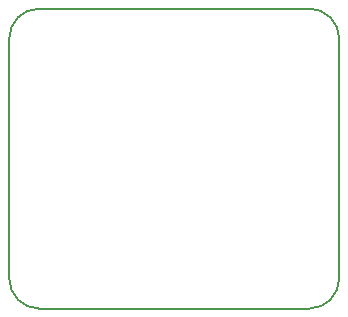
<source format=gbr>
G04 #@! TF.FileFunction,Profile,NP*
%FSLAX46Y46*%
G04 Gerber Fmt 4.6, Leading zero omitted, Abs format (unit mm)*
G04 Created by KiCad (PCBNEW 4.0.6) date Sun Jun 17 22:16:41 2018*
%MOMM*%
%LPD*%
G01*
G04 APERTURE LIST*
%ADD10C,0.100000*%
%ADD11C,0.150000*%
G04 APERTURE END LIST*
D10*
D11*
X160020000Y-111760000D02*
G75*
G03X162560000Y-109220000I0J2540000D01*
G01*
X134620000Y-109220000D02*
G75*
G03X137160000Y-111760000I2540000J0D01*
G01*
X137160000Y-86360000D02*
G75*
G03X134620000Y-88900000I0J-2540000D01*
G01*
X162560000Y-88900000D02*
G75*
G03X160020000Y-86360000I-2540000J0D01*
G01*
X160020000Y-111760000D02*
X137160000Y-111760000D01*
X162560000Y-88900000D02*
X162560000Y-109220000D01*
X137160000Y-86360000D02*
X160020000Y-86360000D01*
X134620000Y-109220000D02*
X134620000Y-88900000D01*
M02*

</source>
